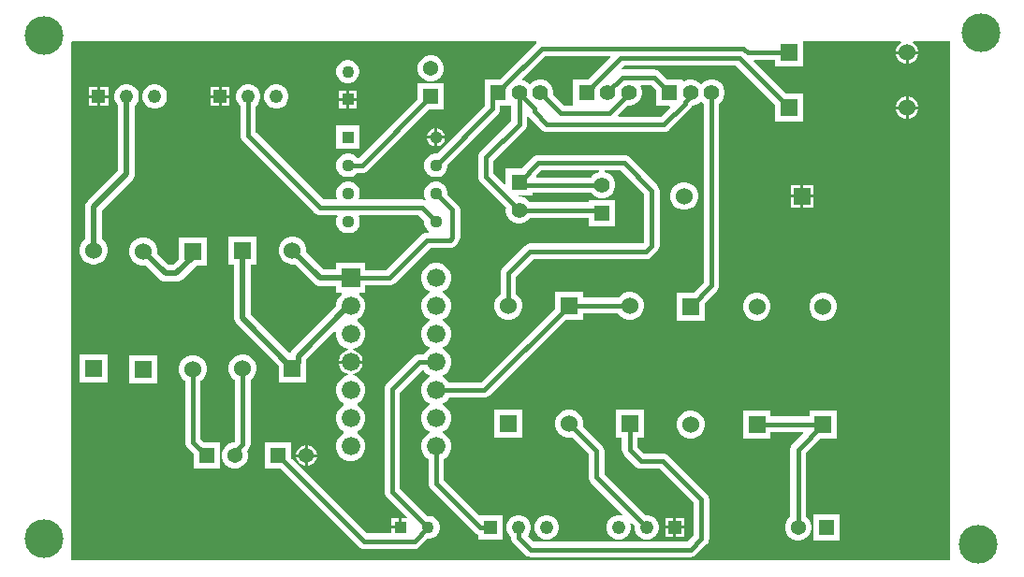
<source format=gtl>
G04*
G04 #@! TF.GenerationSoftware,Altium Limited,Altium Designer,23.7.1 (13)*
G04*
G04 Layer_Physical_Order=1*
G04 Layer_Color=255*
%FSLAX44Y44*%
%MOMM*%
G71*
G04*
G04 #@! TF.SameCoordinates,153F72C1-2EA9-491F-B8CB-9A114FCA6393*
G04*
G04*
G04 #@! TF.FilePolarity,Positive*
G04*
G01*
G75*
%ADD14C,1.5240*%
%ADD15R,1.5240X1.5240*%
%ADD31R,1.5240X1.5240*%
%ADD33C,0.3810*%
%ADD34C,0.5000*%
%ADD35C,3.5000*%
%ADD36C,1.6764*%
%ADD37R,1.6764X1.6764*%
%ADD38C,1.4000*%
%ADD39R,1.4000X1.4000*%
%ADD40R,1.4000X1.4000*%
%ADD41C,1.3700*%
%ADD42R,1.3700X1.3700*%
%ADD43R,1.1000X1.1000*%
%ADD44C,1.1000*%
%ADD45R,1.2180X1.2180*%
%ADD46C,1.2180*%
%ADD47R,1.3700X1.3700*%
%ADD48R,1.1300X1.1300*%
%ADD49C,1.1300*%
%ADD50R,1.1000X1.1000*%
G36*
X1375000Y625000D02*
X580000D01*
X579885Y1094300D01*
X581155Y1095000D01*
X1000333D01*
X1000766Y1093749D01*
X1000766Y1093730D01*
X967686Y1060650D01*
X953950D01*
Y1044008D01*
X953890Y1043555D01*
Y1036740D01*
X910501Y993350D01*
X908298D01*
X905589Y992624D01*
X903161Y991222D01*
X901178Y989239D01*
X899776Y986811D01*
X899050Y984102D01*
Y981298D01*
X899776Y978589D01*
X901178Y976161D01*
X903161Y974178D01*
X905589Y972776D01*
X908298Y972050D01*
X911102D01*
X913811Y972776D01*
X916239Y974178D01*
X918222Y976161D01*
X919624Y978589D01*
X920350Y981298D01*
Y983501D01*
X965780Y1028930D01*
X966887Y1030373D01*
X967582Y1032052D01*
X967820Y1033855D01*
Y1036650D01*
X977950D01*
X978035Y1035415D01*
Y1022885D01*
X950075Y994925D01*
X948969Y993482D01*
X948273Y991803D01*
X948035Y990000D01*
Y972300D01*
X948273Y970497D01*
X948969Y968818D01*
X950075Y967375D01*
X973121Y944330D01*
X973000Y943880D01*
Y940720D01*
X973818Y937668D01*
X975398Y934932D01*
X977632Y932698D01*
X980368Y931118D01*
X983420Y930300D01*
X986580D01*
X989632Y931118D01*
X992368Y932698D01*
X994602Y934932D01*
X994835Y935335D01*
X1048000D01*
Y927600D01*
X1072000D01*
Y951600D01*
X1048000D01*
Y949265D01*
X994835D01*
X994602Y949668D01*
X992368Y951902D01*
X989632Y953482D01*
X986580Y954300D01*
X983904D01*
X983793Y954430D01*
X984380Y955700D01*
X997000D01*
Y958035D01*
X1050165D01*
X1050398Y957632D01*
X1052632Y955398D01*
X1055368Y953818D01*
X1058420Y953000D01*
X1061580D01*
X1064632Y953818D01*
X1067368Y955398D01*
X1069602Y957632D01*
X1071182Y960368D01*
X1072000Y963420D01*
Y966580D01*
X1071182Y969632D01*
X1069602Y972368D01*
X1067368Y974602D01*
X1064632Y976182D01*
X1062455Y976765D01*
X1062622Y978035D01*
X1077115D01*
X1098035Y957115D01*
Y912885D01*
X1097115Y911965D01*
X995000D01*
X993197Y911727D01*
X991518Y911031D01*
X990075Y909925D01*
X970075Y889925D01*
X968969Y888482D01*
X968273Y886803D01*
X968035Y885000D01*
Y866431D01*
X967251Y865978D01*
X964902Y863629D01*
X963240Y860751D01*
X962380Y857542D01*
Y854219D01*
X963240Y851009D01*
X964902Y848131D01*
X967251Y845781D01*
X970129Y844120D01*
X973338Y843260D01*
X976662D01*
X979871Y844120D01*
X982749Y845781D01*
X985098Y848131D01*
X986760Y851009D01*
X987620Y854219D01*
Y857542D01*
X986760Y860751D01*
X985098Y863629D01*
X982749Y865978D01*
X981965Y866431D01*
Y882115D01*
X997885Y898035D01*
X1100000D01*
X1101803Y898273D01*
X1103482Y898969D01*
X1104925Y900075D01*
X1109925Y905075D01*
X1111031Y906518D01*
X1111727Y908197D01*
X1111965Y910000D01*
Y960000D01*
X1111965Y960000D01*
X1111727Y961803D01*
X1111031Y963482D01*
X1109925Y964925D01*
X1084925Y989925D01*
X1083482Y991031D01*
X1081803Y991727D01*
X1080000Y991965D01*
X1002300D01*
X1000498Y991727D01*
X998818Y991031D01*
X997375Y989925D01*
X987151Y979700D01*
X973000D01*
Y965809D01*
X971827Y965323D01*
X961965Y975185D01*
Y987115D01*
X989925Y1015075D01*
X991031Y1016518D01*
X991727Y1018197D01*
X991965Y1020000D01*
Y1026581D01*
X993235Y1027012D01*
X993550Y1026600D01*
X1005075Y1015075D01*
X1006518Y1013969D01*
X1008197Y1013273D01*
X1010000Y1013035D01*
X1116065D01*
X1117868Y1013273D01*
X1119547Y1013969D01*
X1120990Y1015075D01*
X1139780Y1033865D01*
X1140887Y1035308D01*
X1141360Y1036450D01*
X1141580D01*
X1144632Y1037268D01*
X1147368Y1038848D01*
X1149602Y1041082D01*
X1149642Y1041087D01*
X1151682Y1039048D01*
X1152085Y1038815D01*
Y876935D01*
X1142771Y867620D01*
X1127380D01*
Y842380D01*
X1152620D01*
Y857771D01*
X1163975Y869125D01*
X1165081Y870568D01*
X1165777Y872247D01*
X1166015Y874050D01*
Y1038815D01*
X1166418Y1039048D01*
X1168652Y1041282D01*
X1170232Y1044018D01*
X1171050Y1047070D01*
Y1050230D01*
X1170232Y1053282D01*
X1168652Y1056018D01*
X1166418Y1058252D01*
X1163682Y1059832D01*
X1160630Y1060650D01*
X1157470D01*
X1154418Y1059832D01*
X1151682Y1058252D01*
X1149448Y1056018D01*
X1149408Y1056013D01*
X1147368Y1058052D01*
X1144632Y1059632D01*
X1141580Y1060450D01*
X1138420D01*
X1135368Y1059632D01*
X1134050Y1058871D01*
X1132950Y1059506D01*
Y1060650D01*
X1118799D01*
X1111970Y1067480D01*
X1110527Y1068587D01*
X1108848Y1069282D01*
X1107045Y1069520D01*
X1078290D01*
X1078014Y1069483D01*
X1077421Y1070686D01*
X1079770Y1073035D01*
X1181315D01*
X1216580Y1037771D01*
Y1022380D01*
X1241820D01*
Y1047620D01*
X1226429D01*
X1197187Y1076862D01*
X1197673Y1078035D01*
X1216580D01*
Y1072380D01*
X1241820D01*
Y1095000D01*
X1330341D01*
X1330681Y1093730D01*
X1329642Y1093130D01*
X1327750Y1091238D01*
X1326412Y1088922D01*
X1325720Y1086338D01*
Y1086270D01*
X1335880D01*
X1346040D01*
Y1086338D01*
X1345348Y1088922D01*
X1344010Y1091238D01*
X1342118Y1093130D01*
X1341079Y1093730D01*
X1341420Y1095000D01*
X1375000D01*
Y625000D01*
D02*
G37*
G36*
X1067708Y1080672D02*
X1047686Y1060650D01*
X1033950D01*
Y1036965D01*
X1025585D01*
X1015929Y1046620D01*
X1016050Y1047070D01*
Y1050230D01*
X1015232Y1053282D01*
X1013652Y1056018D01*
X1011418Y1058252D01*
X1008682Y1059832D01*
X1005630Y1060650D01*
X1002470D01*
X999418Y1059832D01*
X996682Y1058252D01*
X994448Y1056018D01*
X994408Y1056013D01*
X992368Y1058052D01*
X989632Y1059632D01*
X988284Y1059993D01*
X987955Y1061220D01*
X1008580Y1081845D01*
X1067222D01*
X1067708Y1080672D01*
D02*
G37*
G36*
X1108950Y1050801D02*
Y1036650D01*
X1121206D01*
X1121692Y1035477D01*
X1113180Y1026965D01*
X1074688D01*
X1074202Y1028138D01*
X1082714Y1036650D01*
X1085630D01*
X1088682Y1037468D01*
X1091418Y1039048D01*
X1093652Y1041282D01*
X1095232Y1044018D01*
X1096050Y1047070D01*
Y1050230D01*
X1095232Y1053282D01*
X1094534Y1054491D01*
X1095169Y1055590D01*
X1104160D01*
X1108950Y1050801D01*
D02*
G37*
G36*
X1057545Y976765D02*
X1055368Y976182D01*
X1052632Y974602D01*
X1050398Y972368D01*
X1050165Y971965D01*
X1000773D01*
X1000287Y973138D01*
X1005185Y978035D01*
X1057378D01*
X1057545Y976765D01*
D02*
G37*
%LPC*%
G36*
X1346040Y1083730D02*
X1337150D01*
Y1074840D01*
X1337218D01*
X1339802Y1075532D01*
X1342118Y1076870D01*
X1344010Y1078762D01*
X1345348Y1081078D01*
X1346040Y1083662D01*
Y1083730D01*
D02*
G37*
G36*
X1334610D02*
X1325720D01*
Y1083662D01*
X1326412Y1081078D01*
X1327750Y1078762D01*
X1329642Y1076870D01*
X1331958Y1075532D01*
X1334542Y1074840D01*
X1334610D01*
Y1083730D01*
D02*
G37*
G36*
X906560Y1082250D02*
X903440D01*
X900426Y1081442D01*
X897724Y1079882D01*
X895518Y1077676D01*
X893958Y1074974D01*
X893150Y1071960D01*
Y1068840D01*
X893958Y1065826D01*
X895518Y1063124D01*
X897724Y1060918D01*
X900426Y1059358D01*
X903440Y1058550D01*
X906560D01*
X909574Y1059358D01*
X912276Y1060918D01*
X914482Y1063124D01*
X916042Y1065826D01*
X916850Y1068840D01*
Y1071960D01*
X916042Y1074974D01*
X914482Y1077676D01*
X912276Y1079882D01*
X909574Y1081442D01*
X906560Y1082250D01*
D02*
G37*
G36*
X831382Y1078000D02*
X828618D01*
X825947Y1077284D01*
X823553Y1075902D01*
X821598Y1073947D01*
X820216Y1071553D01*
X819500Y1068882D01*
Y1066118D01*
X820216Y1063447D01*
X821598Y1061053D01*
X823553Y1059098D01*
X825947Y1057716D01*
X828618Y1057000D01*
X831382D01*
X834053Y1057716D01*
X836447Y1059098D01*
X838402Y1061053D01*
X839784Y1063447D01*
X840500Y1066118D01*
Y1068882D01*
X839784Y1071553D01*
X838402Y1073947D01*
X836447Y1075902D01*
X834053Y1077284D01*
X831382Y1078000D01*
D02*
G37*
G36*
X723230Y1053630D02*
X715870D01*
Y1046270D01*
X723230D01*
Y1053630D01*
D02*
G37*
G36*
X713330D02*
X705970D01*
Y1046270D01*
X713330D01*
Y1053630D01*
D02*
G37*
G36*
X613230D02*
X605870D01*
Y1046270D01*
X613230D01*
Y1053630D01*
D02*
G37*
G36*
X603330D02*
X595970D01*
Y1046270D01*
X603330D01*
Y1053630D01*
D02*
G37*
G36*
X838040Y1050540D02*
X831270D01*
Y1043770D01*
X838040D01*
Y1050540D01*
D02*
G37*
G36*
X828730D02*
X821960D01*
Y1043770D01*
X828730D01*
Y1050540D01*
D02*
G37*
G36*
X723230Y1043730D02*
X715870D01*
Y1036370D01*
X723230D01*
Y1043730D01*
D02*
G37*
G36*
X713330D02*
X705970D01*
Y1036370D01*
X713330D01*
Y1043730D01*
D02*
G37*
G36*
X613230D02*
X605870D01*
Y1036370D01*
X613230D01*
Y1043730D01*
D02*
G37*
G36*
X603330D02*
X595970D01*
Y1036370D01*
X603330D01*
Y1043730D01*
D02*
G37*
G36*
X1337218Y1045160D02*
X1337150D01*
Y1036270D01*
X1346040D01*
Y1036338D01*
X1345348Y1038922D01*
X1344010Y1041238D01*
X1342118Y1043130D01*
X1339802Y1044468D01*
X1337218Y1045160D01*
D02*
G37*
G36*
X1334610D02*
X1334542D01*
X1331958Y1044468D01*
X1329642Y1043130D01*
X1327750Y1041238D01*
X1326412Y1038922D01*
X1325720Y1036338D01*
Y1036270D01*
X1334610D01*
Y1045160D01*
D02*
G37*
G36*
X838040Y1041230D02*
X831270D01*
Y1034460D01*
X838040D01*
Y1041230D01*
D02*
G37*
G36*
X828730D02*
X821960D01*
Y1034460D01*
X828730D01*
Y1041230D01*
D02*
G37*
G36*
X766860Y1056090D02*
X763940D01*
X761119Y1055334D01*
X758591Y1053874D01*
X756526Y1051809D01*
X755066Y1049281D01*
X754310Y1046460D01*
Y1043540D01*
X755066Y1040719D01*
X756526Y1038191D01*
X758591Y1036126D01*
X761119Y1034666D01*
X763940Y1033910D01*
X766860D01*
X769681Y1034666D01*
X772209Y1036126D01*
X774274Y1038191D01*
X775734Y1040719D01*
X776490Y1043540D01*
Y1046460D01*
X775734Y1049281D01*
X774274Y1051809D01*
X772209Y1053874D01*
X769681Y1055334D01*
X766860Y1056090D01*
D02*
G37*
G36*
X656860D02*
X653940D01*
X651119Y1055334D01*
X648591Y1053874D01*
X646526Y1051809D01*
X645066Y1049281D01*
X644310Y1046460D01*
Y1043540D01*
X645066Y1040719D01*
X646526Y1038191D01*
X648591Y1036126D01*
X651119Y1034666D01*
X653940Y1033910D01*
X656860D01*
X659681Y1034666D01*
X662209Y1036126D01*
X664274Y1038191D01*
X665734Y1040719D01*
X666490Y1043540D01*
Y1046460D01*
X665734Y1049281D01*
X664274Y1051809D01*
X662209Y1053874D01*
X659681Y1055334D01*
X656860Y1056090D01*
D02*
G37*
G36*
X1346040Y1033730D02*
X1337150D01*
Y1024840D01*
X1337218D01*
X1339802Y1025532D01*
X1342118Y1026870D01*
X1344010Y1028762D01*
X1345348Y1031078D01*
X1346040Y1033662D01*
Y1033730D01*
D02*
G37*
G36*
X1334610D02*
X1325720D01*
Y1033662D01*
X1326412Y1031078D01*
X1327750Y1028762D01*
X1329642Y1026870D01*
X1331958Y1025532D01*
X1334542Y1024840D01*
X1334610D01*
Y1033730D01*
D02*
G37*
G36*
X910970Y1016239D02*
Y1009370D01*
X917839D01*
X917332Y1011261D01*
X916254Y1013129D01*
X914729Y1014654D01*
X912861Y1015732D01*
X910970Y1016239D01*
D02*
G37*
G36*
X908430D02*
X906539Y1015732D01*
X904671Y1014654D01*
X903146Y1013129D01*
X902068Y1011261D01*
X901561Y1009370D01*
X908430D01*
Y1016239D01*
D02*
G37*
G36*
X917839Y1006830D02*
X910970D01*
Y999961D01*
X912861Y1000468D01*
X914729Y1001546D01*
X916254Y1003071D01*
X917332Y1004939D01*
X917839Y1006830D01*
D02*
G37*
G36*
X908430D02*
X901561D01*
X902068Y1004939D01*
X903146Y1003071D01*
X904671Y1001546D01*
X906539Y1000468D01*
X908430Y999961D01*
Y1006830D01*
D02*
G37*
G36*
X840950Y1018750D02*
X819650D01*
Y997450D01*
X840950D01*
Y1018750D01*
D02*
G37*
G36*
X916850Y1056850D02*
X893150D01*
Y1042999D01*
X839815Y989665D01*
X838397D01*
X836839Y991222D01*
X834411Y992624D01*
X831702Y993350D01*
X828898D01*
X826189Y992624D01*
X823761Y991222D01*
X821778Y989239D01*
X820376Y986811D01*
X819650Y984102D01*
Y981298D01*
X820376Y978589D01*
X821778Y976161D01*
X823761Y974178D01*
X826189Y972776D01*
X828898Y972050D01*
X831702D01*
X834411Y972776D01*
X836839Y974178D01*
X838397Y975735D01*
X842700D01*
X844503Y975973D01*
X846182Y976668D01*
X847625Y977775D01*
X902999Y1033150D01*
X916850D01*
Y1056850D01*
D02*
G37*
G36*
X1250960Y965160D02*
X1242070D01*
Y956270D01*
X1250960D01*
Y965160D01*
D02*
G37*
G36*
X1239530D02*
X1230640D01*
Y956270D01*
X1239530D01*
Y965160D01*
D02*
G37*
G36*
X1250960Y953730D02*
X1242070D01*
Y944840D01*
X1250960D01*
Y953730D01*
D02*
G37*
G36*
X1239530D02*
X1230640D01*
Y944840D01*
X1239530D01*
Y953730D01*
D02*
G37*
G36*
X1135781Y967620D02*
X1132458D01*
X1129249Y966760D01*
X1126371Y965098D01*
X1124022Y962749D01*
X1122360Y959871D01*
X1121500Y956662D01*
Y953338D01*
X1122360Y950129D01*
X1124022Y947251D01*
X1126371Y944902D01*
X1129249Y943240D01*
X1132458Y942380D01*
X1135781D01*
X1138991Y943240D01*
X1141869Y944902D01*
X1144219Y947251D01*
X1145880Y950129D01*
X1146740Y953338D01*
Y956662D01*
X1145880Y959871D01*
X1144219Y962749D01*
X1141869Y965098D01*
X1138991Y966760D01*
X1135781Y967620D01*
D02*
G37*
G36*
X631460Y1056090D02*
X628540D01*
X625719Y1055334D01*
X623191Y1053874D01*
X621126Y1051809D01*
X619666Y1049281D01*
X618910Y1046460D01*
Y1043540D01*
X619666Y1040719D01*
X621126Y1038191D01*
X622435Y1036881D01*
Y978133D01*
X594651Y950349D01*
X593449Y948782D01*
X592693Y946958D01*
X592435Y945000D01*
Y916085D01*
X592251Y915978D01*
X589902Y913629D01*
X588240Y910751D01*
X587380Y907542D01*
Y904219D01*
X588240Y901009D01*
X589902Y898131D01*
X592251Y895781D01*
X595129Y894120D01*
X598339Y893260D01*
X601661D01*
X604871Y894120D01*
X607749Y895781D01*
X610098Y898131D01*
X611760Y901009D01*
X612620Y904219D01*
Y907542D01*
X611760Y910751D01*
X610098Y913629D01*
X607749Y915978D01*
X607565Y916085D01*
Y941867D01*
X635349Y969651D01*
X636551Y971218D01*
X637307Y973042D01*
X637436Y974021D01*
X637565Y975000D01*
X637565Y975000D01*
Y1036881D01*
X638874Y1038191D01*
X640334Y1040719D01*
X641090Y1043540D01*
Y1046460D01*
X640334Y1049281D01*
X638874Y1051809D01*
X636809Y1053874D01*
X634281Y1055334D01*
X631460Y1056090D01*
D02*
G37*
G36*
X702620Y917620D02*
X677380D01*
Y898078D01*
X671867Y892565D01*
X668133D01*
X657565Y903133D01*
X657620Y903338D01*
Y906662D01*
X656760Y909871D01*
X655098Y912749D01*
X652749Y915098D01*
X649871Y916760D01*
X646662Y917620D01*
X643338D01*
X640129Y916760D01*
X637251Y915098D01*
X634902Y912749D01*
X633240Y909871D01*
X632380Y906662D01*
Y903338D01*
X633240Y900129D01*
X634902Y897251D01*
X637251Y894902D01*
X640129Y893240D01*
X643338Y892380D01*
X646662D01*
X646867Y892435D01*
X659651Y879651D01*
X661218Y878449D01*
X663042Y877693D01*
X665000Y877435D01*
X675000D01*
X676958Y877693D01*
X678782Y878449D01*
X680349Y879651D01*
X693078Y892380D01*
X702620D01*
Y917620D01*
D02*
G37*
G36*
X741460Y1056090D02*
X738540D01*
X735719Y1055334D01*
X733191Y1053874D01*
X731126Y1051809D01*
X729666Y1049281D01*
X728910Y1046460D01*
Y1043540D01*
X729666Y1040719D01*
X731126Y1038191D01*
X733035Y1036281D01*
Y1010000D01*
X733273Y1008197D01*
X733969Y1006518D01*
X735075Y1005075D01*
X800330Y939820D01*
X801773Y938714D01*
X803452Y938018D01*
X805255Y937780D01*
X820127D01*
X820762Y936681D01*
X820376Y936011D01*
X819650Y933302D01*
Y930498D01*
X820376Y927789D01*
X821778Y925361D01*
X823761Y923378D01*
X826189Y921976D01*
X828898Y921250D01*
X831702D01*
X834411Y921976D01*
X836839Y923378D01*
X838822Y925361D01*
X840224Y927789D01*
X840950Y930498D01*
Y933302D01*
X840224Y936011D01*
X839837Y936681D01*
X840472Y937780D01*
X893970D01*
X899050Y932701D01*
Y930498D01*
X899776Y927789D01*
X901178Y925361D01*
X903161Y923378D01*
X903409Y923235D01*
X903069Y921965D01*
X901603D01*
X899801Y921727D01*
X898121Y921031D01*
X896679Y919925D01*
X864519Y887765D01*
X845912D01*
Y894182D01*
X819148D01*
Y888365D01*
X808213D01*
X792565Y904013D01*
X792620Y904219D01*
Y907542D01*
X791760Y910751D01*
X790098Y913629D01*
X787749Y915978D01*
X784871Y917640D01*
X781662Y918500D01*
X778338D01*
X775129Y917640D01*
X772251Y915978D01*
X769902Y913629D01*
X768240Y910751D01*
X767380Y907542D01*
Y904219D01*
X768240Y901009D01*
X769902Y898131D01*
X772251Y895781D01*
X775129Y894120D01*
X778338Y893260D01*
X781662D01*
X781867Y893315D01*
X799731Y875451D01*
X799731Y875451D01*
X801298Y874249D01*
X803122Y873493D01*
X805080Y873235D01*
X819148D01*
Y867418D01*
X824128D01*
X824457Y866191D01*
X824313Y866108D01*
X821822Y863617D01*
X820060Y860565D01*
X819148Y857162D01*
Y854846D01*
X779771Y815469D01*
X778569Y813902D01*
X778252Y813139D01*
X777007Y812891D01*
X742565Y847333D01*
Y893180D01*
X747620D01*
Y918420D01*
X722380D01*
Y893180D01*
X727435D01*
Y844200D01*
X727693Y842242D01*
X728449Y840418D01*
X729651Y838851D01*
X767380Y801122D01*
Y786580D01*
X792620D01*
Y803828D01*
X792685Y804320D01*
Y806987D01*
X818078Y832380D01*
X818742Y831996D01*
X819148Y831654D01*
Y828238D01*
X820060Y824835D01*
X821822Y821783D01*
X824313Y819292D01*
X827365Y817530D01*
X830522Y816684D01*
X830686Y815835D01*
X830640Y815401D01*
X828314Y814778D01*
X825824Y813340D01*
X823790Y811306D01*
X822352Y808816D01*
X821608Y806038D01*
Y805870D01*
X843452D01*
Y806038D01*
X842708Y808816D01*
X841270Y811306D01*
X839236Y813340D01*
X836746Y814778D01*
X834420Y815401D01*
X834374Y815835D01*
X834538Y816684D01*
X837695Y817530D01*
X840747Y819292D01*
X843238Y821783D01*
X845000Y824835D01*
X845912Y828238D01*
Y831762D01*
X845000Y835165D01*
X843238Y838217D01*
X840747Y840708D01*
X838567Y841967D01*
Y843433D01*
X840747Y844692D01*
X843238Y847183D01*
X845000Y850235D01*
X845912Y853638D01*
Y857162D01*
X845000Y860565D01*
X843238Y863617D01*
X840747Y866108D01*
X840603Y866191D01*
X840932Y867418D01*
X845912D01*
Y873835D01*
X867403D01*
X869206Y874073D01*
X870886Y874769D01*
X872328Y875875D01*
X904488Y908035D01*
X922380D01*
X924183Y908273D01*
X925862Y908969D01*
X927305Y910075D01*
X929537Y912307D01*
X930643Y913750D01*
X931339Y915429D01*
X931576Y917232D01*
Y942388D01*
X931339Y944191D01*
X930643Y945870D01*
X929537Y947313D01*
X929536Y947313D01*
X920350Y956499D01*
Y958702D01*
X919624Y961411D01*
X918222Y963839D01*
X916239Y965822D01*
X913811Y967224D01*
X911102Y967950D01*
X908298D01*
X905589Y967224D01*
X903161Y965822D01*
X901178Y963839D01*
X899776Y961411D01*
X899050Y958702D01*
Y955898D01*
X899776Y953189D01*
X900387Y952131D01*
X899503Y951122D01*
X898658Y951472D01*
X896855Y951710D01*
X840640D01*
X840005Y952809D01*
X840224Y953189D01*
X840950Y955898D01*
Y958702D01*
X840224Y961411D01*
X838822Y963839D01*
X836839Y965822D01*
X834411Y967224D01*
X831702Y967950D01*
X828898D01*
X826189Y967224D01*
X823761Y965822D01*
X821778Y963839D01*
X820376Y961411D01*
X819650Y958702D01*
Y955898D01*
X820376Y953189D01*
X820595Y952809D01*
X819960Y951710D01*
X808140D01*
X746965Y1012885D01*
Y1036281D01*
X748874Y1038191D01*
X750334Y1040719D01*
X751090Y1043540D01*
Y1046460D01*
X750334Y1049281D01*
X748874Y1051809D01*
X746809Y1053874D01*
X744281Y1055334D01*
X741460Y1056090D01*
D02*
G37*
G36*
X911762Y894182D02*
X908238D01*
X904835Y893270D01*
X901783Y891508D01*
X899292Y889017D01*
X897530Y885965D01*
X896618Y882562D01*
Y879038D01*
X897530Y875635D01*
X899292Y872583D01*
X901783Y870092D01*
X903963Y868833D01*
Y867367D01*
X901783Y866108D01*
X899292Y863617D01*
X897530Y860565D01*
X896618Y857162D01*
Y853638D01*
X897530Y850235D01*
X899292Y847183D01*
X901783Y844692D01*
X903963Y843433D01*
Y841967D01*
X901783Y840708D01*
X899292Y838217D01*
X897530Y835165D01*
X896618Y831762D01*
Y828238D01*
X897530Y824835D01*
X899292Y821783D01*
X901783Y819292D01*
X903963Y818033D01*
Y816567D01*
X901783Y815308D01*
X899292Y812817D01*
X898569Y811565D01*
X894600D01*
X892797Y811327D01*
X891118Y810631D01*
X889675Y809525D01*
X865075Y784925D01*
X863969Y783482D01*
X863273Y781803D01*
X863035Y780000D01*
Y687500D01*
X863273Y685697D01*
X863969Y684018D01*
X865075Y682575D01*
X883437Y664213D01*
X882951Y663040D01*
X878770D01*
Y655000D01*
X877500D01*
Y653730D01*
X869460D01*
Y649560D01*
X847590D01*
X779150Y717999D01*
Y731850D01*
X755450D01*
Y708150D01*
X769301D01*
X839780Y637670D01*
X841223Y636563D01*
X842902Y635868D01*
X844705Y635630D01*
X890095D01*
X891898Y635868D01*
X893577Y636563D01*
X895020Y637670D01*
X901849Y644500D01*
X903882D01*
X906553Y645216D01*
X908947Y646598D01*
X910902Y648553D01*
X912284Y650947D01*
X913000Y653618D01*
Y656382D01*
X912284Y659053D01*
X910902Y661447D01*
X908947Y663402D01*
X906553Y664784D01*
X903882Y665500D01*
X901849D01*
X876965Y690385D01*
Y777115D01*
X897397Y797548D01*
X898677Y797448D01*
X899292Y796383D01*
X901783Y793892D01*
X903963Y792633D01*
Y791167D01*
X901783Y789908D01*
X899292Y787417D01*
X897530Y784365D01*
X896618Y780962D01*
Y777438D01*
X897530Y774035D01*
X899292Y770983D01*
X901783Y768492D01*
X903963Y767233D01*
Y765767D01*
X901783Y764508D01*
X899292Y762017D01*
X897530Y758965D01*
X896618Y755562D01*
Y752038D01*
X897530Y748635D01*
X899292Y745583D01*
X901783Y743092D01*
X903963Y741833D01*
Y740367D01*
X901783Y739108D01*
X899292Y736617D01*
X897530Y733565D01*
X896618Y730162D01*
Y726638D01*
X897530Y723235D01*
X899292Y720183D01*
X901783Y717692D01*
X903035Y716969D01*
Y695000D01*
X903273Y693197D01*
X903969Y691518D01*
X905075Y690075D01*
X945075Y650075D01*
X946518Y648969D01*
X948110Y648309D01*
Y643910D01*
X970290D01*
Y666090D01*
X948759D01*
X916965Y697885D01*
Y716969D01*
X918217Y717692D01*
X920708Y720183D01*
X922470Y723235D01*
X923382Y726638D01*
Y730162D01*
X922470Y733565D01*
X920708Y736617D01*
X918217Y739108D01*
X916037Y740367D01*
Y741833D01*
X918217Y743092D01*
X920708Y745583D01*
X922470Y748635D01*
X923382Y752038D01*
Y755562D01*
X922470Y758965D01*
X920708Y762017D01*
X918217Y764508D01*
X916037Y765767D01*
Y767233D01*
X918217Y768492D01*
X920708Y770983D01*
X921431Y772235D01*
X953400D01*
X955203Y772473D01*
X956882Y773168D01*
X958325Y774275D01*
X1027229Y843180D01*
X1042620D01*
Y848915D01*
X1074449D01*
X1074902Y848131D01*
X1077251Y845781D01*
X1080129Y844120D01*
X1083338Y843260D01*
X1086662D01*
X1089871Y844120D01*
X1092749Y845781D01*
X1095098Y848131D01*
X1096760Y851009D01*
X1097620Y854219D01*
Y857542D01*
X1096760Y860751D01*
X1095098Y863629D01*
X1092749Y865978D01*
X1089871Y867640D01*
X1086662Y868500D01*
X1083338D01*
X1080129Y867640D01*
X1077251Y865978D01*
X1074902Y863629D01*
X1074449Y862845D01*
X1042620D01*
Y868420D01*
X1017380D01*
Y853029D01*
X950515Y786165D01*
X921431D01*
X920708Y787417D01*
X918217Y789908D01*
X916037Y791167D01*
Y792633D01*
X918217Y793892D01*
X920708Y796383D01*
X922470Y799435D01*
X923382Y802838D01*
Y806362D01*
X922470Y809765D01*
X920708Y812817D01*
X918217Y815308D01*
X916037Y816567D01*
Y818033D01*
X918217Y819292D01*
X920708Y821783D01*
X922470Y824835D01*
X923382Y828238D01*
Y831762D01*
X922470Y835165D01*
X920708Y838217D01*
X918217Y840708D01*
X916037Y841967D01*
Y843433D01*
X918217Y844692D01*
X920708Y847183D01*
X922470Y850235D01*
X923382Y853638D01*
Y857162D01*
X922470Y860565D01*
X920708Y863617D01*
X918217Y866108D01*
X916037Y867367D01*
Y868833D01*
X918217Y870092D01*
X920708Y872583D01*
X922470Y875635D01*
X923382Y879038D01*
Y882562D01*
X922470Y885965D01*
X920708Y889017D01*
X918217Y891508D01*
X915165Y893270D01*
X911762Y894182D01*
D02*
G37*
G36*
X1261662Y867620D02*
X1258338D01*
X1255129Y866760D01*
X1252251Y865098D01*
X1249902Y862749D01*
X1248240Y859871D01*
X1247380Y856662D01*
Y853338D01*
X1248240Y850129D01*
X1249902Y847251D01*
X1252251Y844902D01*
X1255129Y843240D01*
X1258338Y842380D01*
X1261662D01*
X1264871Y843240D01*
X1267749Y844902D01*
X1270098Y847251D01*
X1271760Y850129D01*
X1272620Y853338D01*
Y856662D01*
X1271760Y859871D01*
X1270098Y862749D01*
X1267749Y865098D01*
X1264871Y866760D01*
X1261662Y867620D01*
D02*
G37*
G36*
X1201662D02*
X1198338D01*
X1195129Y866760D01*
X1192251Y865098D01*
X1189902Y862749D01*
X1188240Y859871D01*
X1187380Y856662D01*
Y853338D01*
X1188240Y850129D01*
X1189902Y847251D01*
X1192251Y844902D01*
X1195129Y843240D01*
X1198338Y842380D01*
X1201662D01*
X1204871Y843240D01*
X1207749Y844902D01*
X1210098Y847251D01*
X1211760Y850129D01*
X1212620Y853338D01*
Y856662D01*
X1211760Y859871D01*
X1210098Y862749D01*
X1207749Y865098D01*
X1204871Y866760D01*
X1201662Y867620D01*
D02*
G37*
G36*
X612620Y811820D02*
X587380D01*
Y786580D01*
X612620D01*
Y811820D01*
D02*
G37*
G36*
X657620Y810940D02*
X632380D01*
Y785700D01*
X657620D01*
Y810940D01*
D02*
G37*
G36*
X1272620Y760940D02*
X1247380D01*
Y755285D01*
X1212620D01*
Y760940D01*
X1187380D01*
Y735700D01*
X1212620D01*
Y741355D01*
X1241527D01*
X1242013Y740182D01*
X1232375Y730545D01*
X1231268Y729102D01*
X1230573Y727422D01*
X1230335Y725620D01*
Y664662D01*
X1230024Y664482D01*
X1227818Y662276D01*
X1226257Y659574D01*
X1225450Y656560D01*
Y653440D01*
X1226257Y650426D01*
X1227818Y647724D01*
X1230024Y645518D01*
X1232726Y643958D01*
X1235740Y643150D01*
X1238860D01*
X1241874Y643958D01*
X1244576Y645518D01*
X1246782Y647724D01*
X1248342Y650426D01*
X1249150Y653440D01*
Y656560D01*
X1248342Y659574D01*
X1246782Y662276D01*
X1244576Y664482D01*
X1244265Y664662D01*
Y722735D01*
X1257229Y735700D01*
X1272620D01*
Y760940D01*
D02*
G37*
G36*
X987620Y761820D02*
X962380D01*
Y736580D01*
X987620D01*
Y761820D01*
D02*
G37*
G36*
X1141662Y760940D02*
X1138338D01*
X1135129Y760080D01*
X1132251Y758419D01*
X1129902Y756069D01*
X1128240Y753191D01*
X1127380Y749982D01*
Y746658D01*
X1128240Y743449D01*
X1129902Y740571D01*
X1132251Y738222D01*
X1135129Y736560D01*
X1138338Y735700D01*
X1141662D01*
X1144871Y736560D01*
X1147749Y738222D01*
X1150098Y740571D01*
X1151760Y743449D01*
X1152620Y746658D01*
Y749982D01*
X1151760Y753191D01*
X1150098Y756069D01*
X1147749Y758419D01*
X1144871Y760080D01*
X1141662Y760940D01*
D02*
G37*
G36*
X793970Y729381D02*
Y721270D01*
X802081D01*
X801450Y723624D01*
X800214Y725766D01*
X798466Y727514D01*
X796324Y728750D01*
X793970Y729381D01*
D02*
G37*
G36*
X791430Y729381D02*
X789076Y728750D01*
X786934Y727514D01*
X785186Y725766D01*
X783950Y723624D01*
X783319Y721270D01*
X791430D01*
Y729381D01*
D02*
G37*
G36*
X843452Y803330D02*
X821608D01*
Y803162D01*
X822352Y800384D01*
X823790Y797894D01*
X825824Y795860D01*
X828314Y794422D01*
X830640Y793799D01*
X830686Y793365D01*
X830522Y792516D01*
X827365Y791670D01*
X824313Y789908D01*
X821822Y787417D01*
X820060Y784365D01*
X819148Y780962D01*
Y777438D01*
X820060Y774035D01*
X821822Y770983D01*
X824313Y768492D01*
X826493Y767233D01*
Y765767D01*
X824313Y764508D01*
X821822Y762017D01*
X820060Y758965D01*
X819148Y755562D01*
Y752038D01*
X820060Y748635D01*
X821822Y745583D01*
X824313Y743092D01*
X826493Y741833D01*
Y740367D01*
X824313Y739108D01*
X821822Y736617D01*
X820060Y733565D01*
X819148Y730162D01*
Y726638D01*
X820060Y723235D01*
X821822Y720183D01*
X824313Y717692D01*
X827365Y715930D01*
X830768Y715018D01*
X834292D01*
X837695Y715930D01*
X840747Y717692D01*
X843238Y720183D01*
X845000Y723235D01*
X845912Y726638D01*
Y730162D01*
X845000Y733565D01*
X843238Y736617D01*
X840747Y739108D01*
X838567Y740367D01*
Y741833D01*
X840747Y743092D01*
X843238Y745583D01*
X845000Y748635D01*
X845912Y752038D01*
Y755562D01*
X845000Y758965D01*
X843238Y762017D01*
X840747Y764508D01*
X838567Y765767D01*
Y767233D01*
X840747Y768492D01*
X843238Y770983D01*
X845000Y774035D01*
X845912Y777438D01*
Y780962D01*
X845000Y784365D01*
X843238Y787417D01*
X840747Y789908D01*
X837695Y791670D01*
X834538Y792516D01*
X834374Y793365D01*
X834420Y793799D01*
X836746Y794422D01*
X839236Y795860D01*
X841270Y797894D01*
X842708Y800384D01*
X843452Y803162D01*
Y803330D01*
D02*
G37*
G36*
X791430Y718730D02*
X783319D01*
X783950Y716376D01*
X785186Y714234D01*
X786934Y712486D01*
X789076Y711250D01*
X791430Y710619D01*
Y718730D01*
D02*
G37*
G36*
X802081D02*
X793970D01*
Y710619D01*
X796324Y711250D01*
X798466Y712486D01*
X800214Y714234D01*
X801450Y716376D01*
X802081Y718730D01*
D02*
G37*
G36*
X736662Y811740D02*
X733338D01*
X730129Y810880D01*
X727251Y809219D01*
X724902Y806869D01*
X723240Y803991D01*
X722380Y800781D01*
Y797458D01*
X723240Y794249D01*
X724902Y791371D01*
X727251Y789022D01*
X728035Y788569D01*
Y732861D01*
X727024Y731850D01*
X726140D01*
X723126Y731042D01*
X720424Y729482D01*
X718218Y727276D01*
X716657Y724574D01*
X715850Y721560D01*
Y718440D01*
X716657Y715426D01*
X718218Y712724D01*
X720424Y710518D01*
X723126Y708958D01*
X726140Y708150D01*
X729260D01*
X732274Y708958D01*
X734976Y710518D01*
X737182Y712724D01*
X738742Y715426D01*
X739550Y718440D01*
Y721560D01*
X738891Y724018D01*
X739925Y725051D01*
X741031Y726494D01*
X741727Y728174D01*
X741965Y729976D01*
Y788569D01*
X742749Y789022D01*
X745098Y791371D01*
X746760Y794249D01*
X747620Y797458D01*
Y800781D01*
X746760Y803991D01*
X745098Y806869D01*
X742749Y809219D01*
X739871Y810880D01*
X736662Y811740D01*
D02*
G37*
G36*
X691662Y810940D02*
X688338D01*
X685129Y810080D01*
X682251Y808419D01*
X679902Y806069D01*
X678240Y803191D01*
X677380Y799982D01*
Y796658D01*
X678240Y793449D01*
X679902Y790571D01*
X682251Y788222D01*
X683035Y787769D01*
Y732300D01*
X683273Y730497D01*
X683969Y728818D01*
X685075Y727375D01*
X690450Y722001D01*
Y708150D01*
X714150D01*
Y731850D01*
X700299D01*
X696965Y735185D01*
Y787769D01*
X697749Y788222D01*
X700098Y790571D01*
X701760Y793449D01*
X702620Y796658D01*
Y799982D01*
X701760Y803191D01*
X700098Y806069D01*
X697749Y808419D01*
X694871Y810080D01*
X691662Y810940D01*
D02*
G37*
G36*
X1031662Y761740D02*
X1028338D01*
X1025129Y760880D01*
X1022251Y759219D01*
X1019902Y756869D01*
X1018240Y753991D01*
X1017380Y750781D01*
Y747458D01*
X1018240Y744249D01*
X1019902Y741371D01*
X1022251Y739022D01*
X1025129Y737360D01*
X1028338Y736500D01*
X1031662D01*
X1032536Y736734D01*
X1048035Y721235D01*
Y700400D01*
X1048273Y698597D01*
X1048969Y696918D01*
X1050075Y695475D01*
X1078763Y666788D01*
X1078105Y665649D01*
X1076460Y666090D01*
X1073540D01*
X1070719Y665334D01*
X1068191Y663874D01*
X1066126Y661809D01*
X1064666Y659281D01*
X1063910Y656460D01*
Y653540D01*
X1064666Y650719D01*
X1066126Y648191D01*
X1068191Y646126D01*
X1070719Y644666D01*
X1073540Y643910D01*
X1076460D01*
X1079281Y644666D01*
X1081809Y646126D01*
X1083874Y648191D01*
X1085334Y650719D01*
X1086090Y653540D01*
Y656460D01*
X1085649Y658105D01*
X1086788Y658763D01*
X1089310Y656241D01*
Y653540D01*
X1090066Y650719D01*
X1091526Y648191D01*
X1093591Y646126D01*
X1096119Y644666D01*
X1098940Y643910D01*
X1101860D01*
X1104681Y644666D01*
X1107209Y646126D01*
X1109274Y648191D01*
X1110734Y650719D01*
X1111490Y653540D01*
Y656460D01*
X1110734Y659281D01*
X1109274Y661809D01*
X1107209Y663874D01*
X1104681Y665334D01*
X1101860Y666090D01*
X1099159D01*
X1061965Y703285D01*
Y724120D01*
X1061965Y724120D01*
X1061727Y725923D01*
X1061031Y727602D01*
X1059925Y729045D01*
X1042386Y746584D01*
X1042620Y747458D01*
Y750781D01*
X1041760Y753991D01*
X1040098Y756869D01*
X1037749Y759219D01*
X1034871Y760880D01*
X1031662Y761740D01*
D02*
G37*
G36*
X1134430Y663630D02*
X1127070D01*
Y656270D01*
X1134430D01*
Y663630D01*
D02*
G37*
G36*
X876230Y663040D02*
X869460D01*
Y656270D01*
X876230D01*
Y663040D01*
D02*
G37*
G36*
X1124530Y663630D02*
X1117170D01*
Y656270D01*
X1124530D01*
Y663630D01*
D02*
G37*
G36*
X1134430Y653730D02*
X1127070D01*
Y646370D01*
X1134430D01*
Y653730D01*
D02*
G37*
G36*
X1124530D02*
X1117170D01*
Y646370D01*
X1124530D01*
Y653730D01*
D02*
G37*
G36*
X1011460Y666090D02*
X1008540D01*
X1005719Y665334D01*
X1003191Y663874D01*
X1001126Y661809D01*
X999666Y659281D01*
X998910Y656460D01*
Y653540D01*
X999666Y650719D01*
X1001126Y648191D01*
X1003191Y646126D01*
X1005719Y644666D01*
X1008540Y643910D01*
X1011460D01*
X1014281Y644666D01*
X1016809Y646126D01*
X1018874Y648191D01*
X1020334Y650719D01*
X1021090Y653540D01*
Y656460D01*
X1020334Y659281D01*
X1018874Y661809D01*
X1016809Y663874D01*
X1014281Y665334D01*
X1011460Y666090D01*
D02*
G37*
G36*
X1274550Y666850D02*
X1250850D01*
Y643150D01*
X1274550D01*
Y666850D01*
D02*
G37*
G36*
X1097620Y761820D02*
X1072380D01*
Y736580D01*
X1078035D01*
Y725000D01*
X1078273Y723197D01*
X1078969Y721518D01*
X1080075Y720075D01*
X1090075Y710075D01*
X1091518Y708969D01*
X1093197Y708273D01*
X1095000Y708035D01*
X1112115D01*
X1143035Y677115D01*
Y647885D01*
X1137115Y641965D01*
X998285D01*
X992766Y647483D01*
X993474Y648191D01*
X994934Y650719D01*
X995690Y653540D01*
Y656460D01*
X994934Y659281D01*
X993474Y661809D01*
X991409Y663874D01*
X988881Y665334D01*
X986060Y666090D01*
X983140D01*
X980319Y665334D01*
X977791Y663874D01*
X975726Y661809D01*
X974266Y659281D01*
X973510Y656460D01*
Y653540D01*
X974266Y650719D01*
X975726Y648191D01*
X977635Y646281D01*
Y645800D01*
X977873Y643997D01*
X978568Y642318D01*
X979675Y640875D01*
X990475Y630075D01*
X991918Y628969D01*
X993597Y628273D01*
X995400Y628035D01*
X1140000D01*
X1141803Y628273D01*
X1143482Y628969D01*
X1144925Y630075D01*
X1154925Y640075D01*
X1156031Y641518D01*
X1156727Y643197D01*
X1156965Y645000D01*
Y680000D01*
X1156727Y681803D01*
X1156031Y683482D01*
X1154925Y684925D01*
X1119925Y719925D01*
X1118482Y721031D01*
X1116803Y721727D01*
X1115000Y721965D01*
X1097885D01*
X1091965Y727885D01*
Y736580D01*
X1097620D01*
Y761820D01*
D02*
G37*
%LPD*%
D14*
X1335880Y1035000D02*
D03*
Y1085000D02*
D03*
X1134120Y955000D02*
D03*
X1200000Y855000D02*
D03*
X1260000D02*
D03*
X600000Y905880D02*
D03*
X780000D02*
D03*
X735000Y799120D02*
D03*
X975000Y855880D02*
D03*
X1030000Y749120D02*
D03*
X1140000Y748320D02*
D03*
X1085000Y855880D02*
D03*
X690000Y798320D02*
D03*
X645000Y905000D02*
D03*
D15*
X1229200Y1035000D02*
D03*
Y1085000D02*
D03*
X1240800Y955000D02*
D03*
D31*
X1200000Y748320D02*
D03*
X1260000D02*
D03*
X600000Y799200D02*
D03*
X780000D02*
D03*
X735000Y905800D02*
D03*
X975000Y749200D02*
D03*
X1030000Y855800D02*
D03*
X1140000Y855000D02*
D03*
X1085000Y749200D02*
D03*
X690000Y905000D02*
D03*
X645000Y798320D02*
D03*
D33*
X971045Y1054160D02*
X1005695Y1088810D01*
X1191659Y1085000D02*
X1229200D01*
X1184200Y1080000D02*
X1229200Y1035000D01*
X1076885Y1080000D02*
X1184200D01*
X1051045Y1054160D02*
X1076885Y1080000D01*
X1187849Y1088810D02*
X1191659Y1085000D01*
X1005695Y1088810D02*
X1187849D01*
X1051045Y1053745D02*
Y1054160D01*
X1045950Y1048650D02*
X1051045Y1053745D01*
X1107045Y1062555D02*
X1120950Y1048650D01*
X1078290Y1062555D02*
X1107045D01*
X971045Y1053745D02*
Y1054160D01*
X965950Y1048650D02*
X971045Y1053745D01*
X1100000Y905000D02*
X1105000Y910000D01*
X975000Y885000D02*
X995000Y905000D01*
X1100000D01*
X975000Y855880D02*
Y885000D01*
X1105000Y910000D02*
Y960000D01*
X1002300Y985000D02*
X1080000D01*
X1105000Y960000D01*
X985000Y967700D02*
X1002300Y985000D01*
X955000Y972300D02*
X985000Y942300D01*
X901603Y915000D02*
X922380D01*
X924612Y917232D02*
Y942388D01*
X922380Y915000D02*
X924612Y917232D01*
X867403Y880800D02*
X901603Y915000D01*
X909700Y957300D02*
X924612Y942388D01*
X955000Y972300D02*
Y990000D01*
X985000Y942300D02*
X1057300D01*
X984600Y645800D02*
Y655000D01*
X959200D02*
X960000D01*
X950000D02*
X959200D01*
X985000Y967700D02*
X987700Y965000D01*
X1060000D01*
X1057300Y942300D02*
X1060000Y939600D01*
X735000Y729976D02*
Y799120D01*
X727700Y722676D02*
X735000Y729976D01*
X727700Y720000D02*
Y722676D01*
X690000Y732300D02*
Y798320D01*
Y732300D02*
X702300Y720000D01*
X1200000Y748320D02*
X1260000D01*
X1237300Y655000D02*
Y725620D01*
X1260000Y748320D01*
X1030000Y855800D02*
X1030080Y855880D01*
X1085000D01*
X953400Y779200D02*
X1030000Y855800D01*
X910000Y779200D02*
X953400D01*
X1140000Y855000D02*
X1159050Y874050D01*
Y1048650D01*
X985000Y1020000D02*
Y1048035D01*
Y1048450D01*
Y1048035D02*
X998475Y1034560D01*
Y1031525D02*
Y1034560D01*
Y1031525D02*
X1010000Y1020000D01*
X1140000Y1045693D02*
Y1048450D01*
X1134855Y1040548D02*
X1140000Y1045693D01*
X1134855Y1038790D02*
Y1040548D01*
X1116065Y1020000D02*
X1134855Y1038790D01*
X1010000Y1020000D02*
X1116065D01*
X1022700Y1030000D02*
X1066215D01*
X1004050Y1048650D02*
X1022700Y1030000D01*
X1066215D02*
X1084050Y1047835D01*
Y1048650D01*
X1065000Y1048450D02*
Y1049265D01*
X1078290Y1062555D01*
X955000Y990000D02*
X985000Y1020000D01*
X960855Y1043555D02*
X965950Y1048650D01*
X960855Y1033855D02*
Y1043555D01*
X909700Y982700D02*
X960855Y1033855D01*
X842700Y982700D02*
X905000Y1045000D01*
X830300Y982700D02*
X842700D01*
X740000Y1010000D02*
Y1045000D01*
X1085000Y725000D02*
Y749200D01*
Y725000D02*
X1095000Y715000D01*
X1115000D01*
X1150000Y680000D01*
X1030000Y749120D02*
X1055000Y724120D01*
X910000Y695000D02*
Y728400D01*
Y695000D02*
X950000Y655000D01*
X870000Y687500D02*
Y780000D01*
Y687500D02*
X902500Y655000D01*
X870000Y780000D02*
X894600Y804600D01*
X910000D01*
X767300Y720000D02*
X844705Y642595D01*
X890095D01*
X902500Y655000D01*
X1140000Y635000D02*
X1150000Y645000D01*
Y680000D01*
X995400Y635000D02*
X1140000D01*
X984600Y645800D02*
X995400Y635000D01*
X1055000Y700400D02*
Y724120D01*
Y700400D02*
X1100400Y655000D01*
X832530Y880800D02*
X867403D01*
X805255Y944745D02*
X896855D01*
X740000Y1010000D02*
X805255Y944745D01*
X896855D02*
X909700Y931900D01*
D34*
X630000Y975000D02*
Y1045000D01*
X600000Y905880D02*
Y945000D01*
X630000Y975000D01*
X675000Y885000D02*
X690000Y900000D01*
X645000Y905000D02*
X665000Y885000D01*
X675000D01*
X735000Y844200D02*
Y900800D01*
Y844200D02*
X780000Y799200D01*
X785120Y804320D02*
Y810120D01*
X830400Y855400D01*
X832530D01*
X780000Y799200D02*
X785120Y804320D01*
X805080Y880800D02*
X832530D01*
X780000Y905880D02*
X805080Y880800D01*
D35*
X555000Y645000D02*
D03*
Y1100000D02*
D03*
X1400000Y640000D02*
D03*
X1402500Y1102500D02*
D03*
D36*
X910000Y728400D02*
D03*
Y753800D02*
D03*
Y779200D02*
D03*
Y804600D02*
D03*
Y830000D02*
D03*
Y855400D02*
D03*
Y880800D02*
D03*
X832530Y728400D02*
D03*
Y753800D02*
D03*
Y779200D02*
D03*
Y804600D02*
D03*
Y830000D02*
D03*
Y855400D02*
D03*
D37*
Y880800D02*
D03*
D38*
X1060000Y965000D02*
D03*
X1159050Y1048650D02*
D03*
X1140000Y1048450D02*
D03*
X1084050Y1048650D02*
D03*
X1065000Y1048450D02*
D03*
X1004050Y1048650D02*
D03*
X985000Y1048450D02*
D03*
Y942300D02*
D03*
D39*
X1060000Y939600D02*
D03*
X985000Y967700D02*
D03*
D40*
X1120950Y1048650D02*
D03*
X1045950D02*
D03*
X965950D02*
D03*
D41*
X905000Y1070400D02*
D03*
X1237300Y655000D02*
D03*
X792700Y720000D02*
D03*
X727700D02*
D03*
D42*
X905000Y1045000D02*
D03*
D43*
X830000Y1042500D02*
D03*
D44*
Y1067500D02*
D03*
X902500Y655000D02*
D03*
D45*
X714600Y1045000D02*
D03*
X604600D02*
D03*
X1125800Y655000D02*
D03*
X959200D02*
D03*
D46*
X740000Y1045000D02*
D03*
X765400D02*
D03*
X630000D02*
D03*
X655400D02*
D03*
X1100400Y655000D02*
D03*
X1075000D02*
D03*
X984600D02*
D03*
X1010000D02*
D03*
D47*
X1262700D02*
D03*
X767300Y720000D02*
D03*
X702300D02*
D03*
D48*
X830300Y1008100D02*
D03*
D49*
Y982700D02*
D03*
Y957300D02*
D03*
Y931900D02*
D03*
X909700D02*
D03*
Y957300D02*
D03*
Y982700D02*
D03*
Y1008100D02*
D03*
D50*
X877500Y655000D02*
D03*
M02*

</source>
